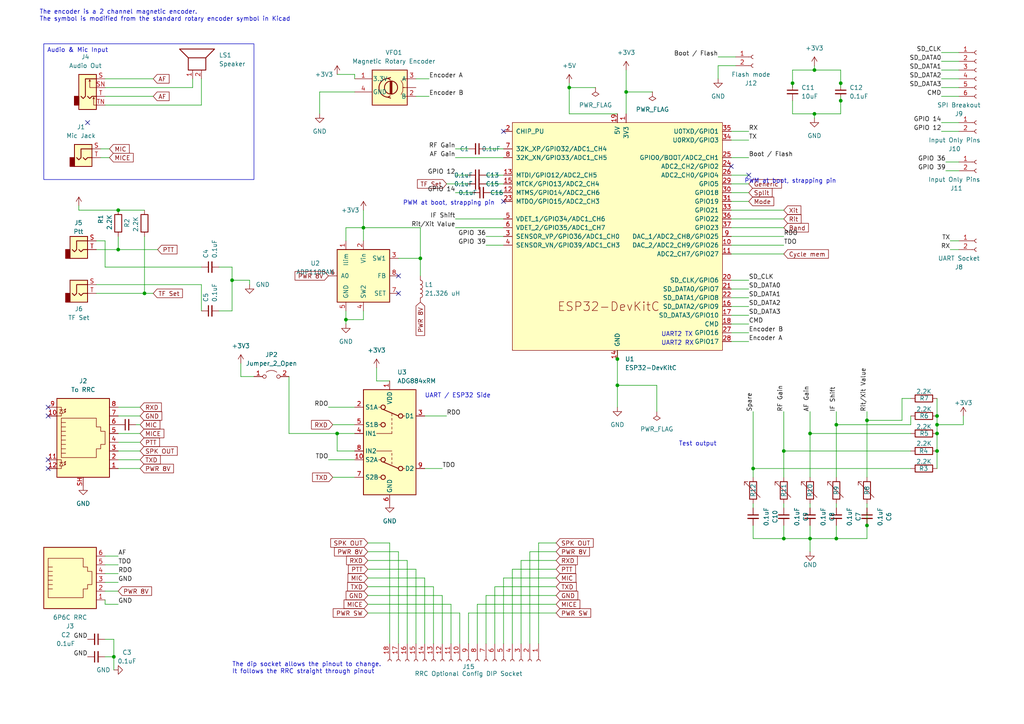
<source format=kicad_sch>
(kicad_sch (version 20230121) (generator eeschema)
  (paper "A4")
  (lib_symbols
    (symbol "Analog_Switch:ADG884xRM"
      (property "Reference" "U" (at -7.62 16.51 0))
      (property "Value" "ADG884xRM" (at 0.635 16.51 0))
      (symbol "ADG884xRM_1_1"
        (pin power_in line (at 0 17.78 270) (length 2.54) (name "VDD") (number "1"))
        (pin bidirectional line (at -10.16 -5.08 0) (length 2.54) (name "S2A") (number "10"))
        (pin bidirectional line (at -10.16 10.16 0) (length 2.54) (name "S1A") (number "2"))
        (pin bidirectional line (at 10.16 7.62 180) (length 2.54) (name "D1") (number "3"))
        (pin input line (at -10.16 2.54 0) (length 2.54) (name "IN1") (number "4"))
        (pin bidirectional line (at -10.16 5.08 0) (length 2.54) (name "S1B") (number "5"))
        (pin power_in line (at 0 -17.78 90) (length 2.54) (name "GND") (number "6"))
        (pin bidirectional line (at -10.16 -10.16 0) (length 2.54) (name "S2B") (number "7"))
        (pin input line (at -10.16 -2.54 0) (length 2.54) (name "IN2") (number "8"))
        (pin bidirectional line (at 10.16 -7.62 180) (length 2.54) (name "D2") (number "9"))
      )
    )
    (symbol "Connector:6P6C" (pin_names (offset 1.016))
      (property "Reference" "J" (at -5.08 11.43 0))
      (property "Value" "6P6C" (at 2.54 11.43 0))
      (symbol "6P6C_1_1"
        (pin passive line (at 10.16 -5.08 180) (length 2.54) (name "~") (number "1"))
        (pin passive line (at 10.16 -2.54 180) (length 2.54) (name "~") (number "2"))
        (pin passive line (at 10.16 0 180) (length 2.54) (name "~") (number "3"))
        (pin passive line (at 10.16 2.54 180) (length 2.54) (name "~") (number "4"))
        (pin passive line (at 10.16 5.08 180) (length 2.54) (name "~") (number "5"))
        (pin passive line (at 10.16 7.62 180) (length 2.54) (name "~") (number "6"))
      )
    )
    (symbol "Connector:8P8C_LED_Shielded" (pin_names (offset 1.016))
      (property "Reference" "J" (at -5.08 13.97 0))
      (property "Value" "8P8C_LED_Shielded" (at 1.27 13.97 0))
      (symbol "8P8C_LED_Shielded_1_1"
        (pin passive line (at 10.16 -7.62 180) (length 2.54) (name "~") (number "1"))
        (pin passive line (at -10.16 7.62 0) (length 2.54) (name "~") (number "10"))
        (pin passive line (at -10.16 -5.08 0) (length 2.54) (name "~") (number "11"))
        (pin passive line (at -10.16 -7.62 0) (length 2.54) (name "~") (number "12"))
        (pin passive line (at 10.16 -5.08 180) (length 2.54) (name "~") (number "2"))
        (pin passive line (at 10.16 -2.54 180) (length 2.54) (name "~") (number "3"))
        (pin passive line (at 10.16 0 180) (length 2.54) (name "~") (number "4"))
        (pin passive line (at 10.16 2.54 180) (length 2.54) (name "~") (number "5"))
        (pin passive line (at 10.16 5.08 180) (length 2.54) (name "~") (number "6"))
        (pin passive line (at 10.16 7.62 180) (length 2.54) (name "~") (number "7"))
        (pin passive line (at 10.16 10.16 180) (length 2.54) (name "~") (number "8"))
        (pin passive line (at -10.16 10.16 0) (length 2.54) (name "~") (number "9"))
        (pin passive line (at 0 -12.7 90) (length 2.54) (name "~") (number "SH"))
      )
    )
    (symbol "Connector:Conn_01x02_Socket" (pin_names (offset 1.016) hide)
      (property "Reference" "J" (at 0 2.54 0))
      (property "Value" "Conn_01x02_Socket" (at 0 -5.08 0))
      (symbol "Conn_01x02_Socket_1_1"
        (pin passive line (at -5.08 0 0) (length 3.81) (name "Pin_1") (number "1"))
        (pin passive line (at -5.08 -2.54 0) (length 3.81) (name "Pin_2") (number "2"))
      )
    )
    (symbol "Connector:Conn_01x06_Socket" (pin_names (offset 1.016) hide)
      (property "Reference" "J" (at 0 7.62 0))
      (property "Value" "Conn_01x06_Socket" (at 0 -10.16 0))
      (symbol "Conn_01x06_Socket_1_1"
        (pin passive line (at -5.08 5.08 0) (length 3.81) (name "Pin_1") (number "1"))
        (pin passive line (at -5.08 2.54 0) (length 3.81) (name "Pin_2") (number "2"))
        (pin passive line (at -5.08 0 0) (length 3.81) (name "Pin_3") (number "3"))
        (pin passive line (at -5.08 -2.54 0) (length 3.81) (name "Pin_4") (number "4"))
        (pin passive line (at -5.08 -5.08 0) (length 3.81) (name "Pin_5") (number "5"))
        (pin passive line (at -5.08 -7.62 0) (length 3.81) (name "Pin_6") (number "6"))
      )
    )
    (symbol "Connector:Conn_01x18_Socket" (pin_names (offset 1.016) hide)
      (property "Reference" "J15" (at 1.27 0 0))
      (property "Value" "RRC Optional Config DIP Socket" (at 1.27 -2.54 0))
      (symbol "Conn_01x18_Socket_1_1"
        (pin passive line (at -5.08 20.32 0) (length 3.81) (name "SPK_OUT") (number "1"))
        (pin passive line (at -5.08 -2.54 0) (length 3.81) (name "NC") (number "10"))
        (pin passive line (at -5.08 -5.08 0) (length 3.81) (name "MICE") (number "11"))
        (pin passive line (at -5.08 -7.62 0) (length 3.81) (name "GND") (number "12"))
        (pin passive line (at -5.08 -10.16 0) (length 3.81) (name "TXD") (number "13"))
        (pin passive line (at -5.08 -12.7 0) (length 3.81) (name "MIC") (number "14"))
        (pin passive line (at -5.08 -15.24 0) (length 3.81) (name "PWR_ON_SW") (number "15"))
        (pin passive line (at -5.08 -17.78 0) (length 3.81) (name "RXD") (number "16"))
        (pin passive line (at -5.08 -20.32 0) (length 3.81) (name "PWR_(8/9V)") (number "17"))
        (pin passive line (at -5.08 -22.86 0) (length 3.81) (name "SPK_OUT") (number "18"))
        (pin passive line (at -5.08 17.78 0) (length 3.81) (name "PWR_(8/9V)") (number "2"))
        (pin passive line (at -5.08 15.24 0) (length 3.81) (name "RXD") (number "3"))
        (pin passive line (at -5.08 12.7 0) (length 3.81) (name "PWR_ON_SW") (number "4"))
        (pin passive line (at -5.08 10.16 0) (length 3.81) (name "MIC") (number "5"))
        (pin passive line (at -5.08 7.62 0) (length 3.81) (name "TXD") (number "6"))
        (pin passive line (at -5.08 5.08 0) (length 3.81) (name "GND") (number "7"))
        (pin passive line (at -5.08 2.54 0) (length 3.81) (name "MICE") (number "8"))
        (pin passive line (at -5.08 0 0) (length 3.81) (name "NC") (number "9"))
      )
    )
    (symbol "Connector_Audio:AudioJack2"
      (property "Reference" "J" (at 0 8.89 0))
      (property "Value" "AudioJack2" (at 0 6.35 0))
      (symbol "AudioJack2_1_1"
        (pin passive line (at 5.08 2.54 180) (length 2.54) (name "~") (number "S"))
        (pin passive line (at 5.08 0 180) (length 2.54) (name "~") (number "T"))
      )
    )
    (symbol "Connector_Audio:AudioJack2_Switch"
      (property "Reference" "J" (at 0 11.43 0))
      (property "Value" "AudioJack2_Switch" (at 0 8.89 0))
      (symbol "AudioJack2_Switch_1_1"
        (pin passive line (at 5.08 5.08 180) (length 2.54) (name "~") (number "S"))
        (pin passive line (at 5.08 2.54 180) (length 2.54) (name "~") (number "SN"))
        (pin passive line (at 5.08 0 180) (length 2.54) (name "~") (number "T"))
        (pin passive line (at 5.08 -2.54 180) (length 2.54) (name "~") (number "TN"))
      )
    )
    (symbol "Device:C_Small" (pin_numbers hide) (pin_names (offset 0.254) hide)
      (property "Reference" "C" (at 0.254 1.778 0))
      (property "Value" "C_Small" (at 0.254 -2.032 0))
      (symbol "C_Small_1_1"
        (pin passive line (at 0 2.54 270) (length 2.032) (name "~") (number "1"))
        (pin passive line (at 0 -2.54 90) (length 2.032) (name "~") (number "2"))
      )
    )
    (symbol "Device:L" (pin_numbers hide) (pin_names (offset 1.016) hide)
      (property "Reference" "L" (at -1.27 0 90))
      (property "Value" "L" (at 1.905 0 90))
      (symbol "L_1_1"
        (pin passive line (at 0 3.81 270) (length 1.27) (name "1") (number "1"))
        (pin passive line (at 0 -3.81 90) (length 1.27) (name "2") (number "2"))
      )
    )
    (symbol "Device:R" (pin_numbers hide) (pin_names (offset 0))
      (property "Reference" "R" (at 2.032 0 90))
      (property "Value" "R" (at 0 0 90))
      (symbol "R_1_1"
        (pin passive line (at 0 3.81 270) (length 1.27) (name "~") (number "1"))
        (pin passive line (at 0 -3.81 90) (length 1.27) (name "~") (number "2"))
      )
    )
    (symbol "Device:R_Variable" (pin_numbers hide) (pin_names (offset 0))
      (property "Reference" "R" (at 2.54 -2.54 90))
      (property "Value" "R_Variable" (at -2.54 -1.27 90))
      (symbol "R_Variable_1_1"
        (pin passive line (at 0 3.81 270) (length 1.27) (name "~") (number "1"))
        (pin passive line (at 0 -3.81 90) (length 1.27) (name "~") (number "2"))
      )
    )
    (symbol "Device:RotaryEncoder" (pin_names (offset 0.254))
      (property "Reference" "VFO1" (at -1.2065 10.16 0))
      (property "Value" "Magnetic Rotary Encoder" (at -1.2065 7.62 0))
      (symbol "RotaryEncoder_1_1"
        (pin power_in line (at 10.16 2.54 180) (length 5) (name "3.3V") (number "1"))
        (pin output line (at -7.62 -2.54 0) (length 2.54) (name "B") (number "2"))
        (pin output line (at -7.62 2.54 0) (length 2.54) (name "A") (number "3"))
        (pin power_in line (at 10.16 -1.27 180) (length 5) (name "GND") (number "4"))
      )
    )
    (symbol "Device:Speaker" (pin_names (offset 0) hide)
      (property "Reference" "LS" (at 1.27 5.715 0))
      (property "Value" "Speaker" (at 1.27 3.81 0))
      (symbol "Speaker_1_1"
        (pin input line (at -5.08 0 0) (length 2.54) (name "1") (number "1"))
        (pin input line (at -5.08 -2.54 0) (length 2.54) (name "2") (number "2"))
      )
    )
    (symbol "GND_1" (power) (pin_names (offset 0))
      (property "Value" "GND_1" (at 0 -3.81 0))
      (symbol "GND_1_1_1"
        (pin power_in line (at 0 0 270) (length 0) hide (name "GND") (number "1"))
      )
    )
    (symbol "Jumper:Jumper_2_Open" (pin_names (offset 0) hide)
      (property "Reference" "JP" (at 0 2.794 0))
      (property "Value" "Jumper_2_Open" (at 0 -2.286 0))
      (symbol "Jumper_2_Open_1_1"
        (pin passive line (at -5.08 0 0) (length 2.54) (name "A") (number "1"))
        (pin passive line (at 5.08 0 180) (length 2.54) (name "B") (number "2"))
      )
    )
    (symbol "PCM_Espressif:ESP32-DevKitC" (pin_names (offset 1.016))
      (property "Reference" "U" (at -30.48 38.1 0))
      (property "Value" "ESP32-DevKitC" (at -30.48 35.56 0))
      (symbol "ESP32-DevKitC_0_0"
        (text "ESP32-DevKitC" (at -2.54 -20.32 0) (effects (font (size 2.54 2.54))))
        (pin power_in line (at 0 -35.56 90) (length 2.54) (name "GND") (number "14"))
        (pin power_in line (at 0 35.56 270) (length 2.54) (name "5V") (number "19"))
      )
      (symbol "ESP32-DevKitC_1_1"
        (pin power_in line (at 2.54 35.56 270) (length 2.54) (name "3V3") (number "1"))
        (pin bidirectional line (at 33.02 -2.54 180) (length 2.54) (name "DAC_2/ADC2_CH9/GPIO26") (number "10"))
        (pin bidirectional line (at 33.02 -5.08 180) (length 2.54) (name "ADC2_CH7/GPIO27") (number "11"))
        (pin bidirectional line (at -33.02 12.7 0) (length 2.54) (name "MTMS/GPIO14/ADC2_CH6") (number "12"))
        (pin bidirectional line (at -33.02 17.78 0) (length 2.54) (name "MTDI/GPIO12/ADC2_CH5") (number "13"))
        (pin bidirectional line (at -33.02 15.24 0) (length 2.54) (name "MTCK/GPIO13/ADC2_CH4") (number "15"))
        (pin bidirectional line (at 33.02 -20.32 180) (length 2.54) (name "SD_DATA2/GPIO9") (number "16"))
        (pin bidirectional line (at 33.02 -22.86 180) (length 2.54) (name "SD_DATA3/GPIO10") (number "17"))
        (pin bidirectional line (at 33.02 -25.4 180) (length 2.54) (name "CMD") (number "18"))
        (pin input line (at -33.02 30.48 0) (length 2.54) (name "CHIP_PU") (number "2"))
        (pin bidirectional line (at 33.02 -12.7 180) (length 2.54) (name "SD_CLK/GPIO6") (number "20"))
        (pin bidirectional line (at 33.02 -15.24 180) (length 2.54) (name "SD_DATA0/GPIO7") (number "21"))
        (pin bidirectional line (at 33.02 -17.78 180) (length 2.54) (name "SD_DATA1/GPIO8") (number "22"))
        (pin bidirectional line (at -33.02 10.16 0) (length 2.54) (name "MTDO/GPIO15/ADC2_CH3") (number "23"))
        (pin bidirectional line (at 33.02 20.32 180) (length 2.54) (name "ADC2_CH2/GPIO2") (number "24"))
        (pin bidirectional line (at 33.02 22.86 180) (length 2.54) (name "GPIO0/BOOT/ADC2_CH1") (number "25"))
        (pin bidirectional line (at 33.02 17.78 180) (length 2.54) (name "ADC2_CH0/GPIO4") (number "26"))
        (pin bidirectional line (at 33.02 -27.94 180) (length 2.54) (name "GPIO16") (number "27"))
        (pin bidirectional line (at 33.02 -30.48 180) (length 2.54) (name "GPIO17") (number "28"))
        (pin bidirectional line (at 33.02 15.24 180) (length 2.54) (name "GPIO5") (number "29"))
        (pin input line (at -33.02 0 0) (length 2.54) (name "SENSOR_VP/GPIO36/ADC1_CH0") (number "3"))
        (pin bidirectional line (at 33.02 12.7 180) (length 2.54) (name "GPIO18") (number "30"))
        (pin bidirectional line (at 33.02 10.16 180) (length 2.54) (name "GPIO19") (number "31"))
        (pin passive line (at 0 -35.56 90) (length 2.54) hide (name "GND") (number "32"))
        (pin bidirectional line (at 33.02 7.62 180) (length 2.54) (name "GPIO21") (number "33"))
        (pin bidirectional line (at 33.02 27.94 180) (length 2.54) (name "U0RXD/GPIO3") (number "34"))
        (pin bidirectional line (at 33.02 30.48 180) (length 2.54) (name "U0TXD/GPIO1") (number "35"))
        (pin bidirectional line (at 33.02 5.08 180) (length 2.54) (name "GPIO22") (number "36"))
        (pin bidirectional line (at 33.02 2.54 180) (length 2.54) (name "GPIO23") (number "37"))
        (pin passive line (at 0 -35.56 90) (length 2.54) hide (name "GND") (number "38"))
        (pin input line (at -33.02 -2.54 0) (length 2.54) (name "SENSOR_VN/GPIO39/ADC1_CH3") (number "4"))
        (pin input line (at -33.02 5.08 0) (length 2.54) (name "VDET_1/GPIO34/ADC1_CH6") (number "5"))
        (pin input line (at -33.02 2.54 0) (length 2.54) (name "VDET_2/GPIO35/ADC1_CH7") (number "6"))
        (pin bidirectional line (at -33.02 25.4 0) (length 2.54) (name "32K_XP/GPIO32/ADC1_CH4") (number "7"))
        (pin bidirectional line (at -33.02 22.86 0) (length 2.54) (name "32K_XN/GPIO33/ADC1_CH5") (number "8"))
        (pin bidirectional line (at 33.02 0 180) (length 2.54) (name "DAC_1/ADC2_CH8/GPIO25") (number "9"))
      )
    )
    (symbol "Regulator_Switching:ADP1108AN" (pin_names (offset 1.016))
      (property "Reference" "U" (at 1.27 10.795 0))
      (property "Value" "ADP1108AN" (at 1.27 8.89 0))
      (symbol "ADP1108AN_1_1"
        (pin input line (at -5.08 10.16 270) (length 2.54) (name "Ilim") (number "1"))
        (pin power_in line (at 0 10.16 270) (length 2.54) (name "Vin") (number "2"))
        (pin input line (at 10.16 5.08 180) (length 2.54) (name "SW1") (number "3"))
        (pin input line (at 0 -10.16 90) (length 2.54) (name "SW2") (number "4"))
        (pin power_in line (at -5.08 -10.16 90) (length 2.54) (name "GND") (number "5"))
        (pin output line (at -10.16 0 0) (length 2.54) (name "A0") (number "6"))
        (pin input line (at 10.16 -5.08 180) (length 2.54) (name "SET") (number "7"))
        (pin input line (at 10.16 0 180) (length 2.54) (name "FB") (number "8"))
      )
    )
    (symbol "power:+3.3V" (power) (pin_names (offset 0))
      (property "Value" "+3.3V" (at 0 3.556 0))
      (symbol "+3.3V_1_1"
        (pin power_in line (at 0 0 90) (length 0) hide (name "+3V3") (number "1"))
      )
    )
    (symbol "power:+5V" (power) (pin_names (offset 0))
      (property "Value" "+5V" (at 0 3.556 0))
      (symbol "+5V_1_1"
        (pin power_in line (at 0 0 90) (length 0) hide (name "+5V") (number "1"))
      )
    )
    (symbol "power:GND" (power) (pin_names (offset 0))
      (property "Value" "GND" (at 0 -3.81 0))
      (symbol "GND_1_1"
        (pin power_in line (at 0 0 270) (length 0) hide (name "GND") (number "1"))
      )
    )
    (symbol "power:PWR_FLAG" (power) (pin_numbers hide) (pin_names (offset 0) hide)
      (property "Value" "PWR_FLAG" (at 0 3.81 0))
      (symbol "PWR_FLAG_0_0"
        (pin power_out line (at 0 0 90) (length 0) (name "pwr") (number "1"))
      )
    )
  )
  (junction (at 234.95 125.73))
  (junction (at 179.07 111.76))
  (junction (at 271.78 123.19))
  (junction (at 251.46 152.4))
  (junction (at 243.84 29.21))
  (junction (at 243.84 24.13))
  (junction (at 234.95 156.21))
  (junction (at 236.22 33.02))
  (junction (at 121.92 74.93))
  (junction (at 229.87 24.13))
  (junction (at 165.1 25.4))
  (junction (at 34.29 72.39))
  (junction (at 181.61 26.67))
  (junction (at 105.41 66.04))
  (junction (at 218.44 135.89))
  (junction (at 34.29 60.96))
  (junction (at 242.57 123.19))
  (junction (at 227.33 130.81))
  (junction (at 242.57 156.21))
  (junction (at 271.78 120.65))
  (junction (at 100.33 92.71))
  (junction (at 33.02 190.5))
  (junction (at 271.78 130.81))
  (junction (at 251.46 121.92))
  (junction (at 271.78 125.73))
  (junction (at 236.22 20.32))
  (junction (at 41.91 85.09))
  (junction (at 67.31 81.28))
  (junction (at 97.79 125.73))
  (junction (at 227.33 156.21))
  (junction (at 179.07 104.14))
  (no_connect (at 146.05 38.1))
  (no_connect (at 217.17 50.8))
  (no_connect (at 13.97 120.65))
  (no_connect (at 13.97 135.89))
  (no_connect (at 115.57 85.09))
  (no_connect (at 146.05 58.42))
  (no_connect (at 13.97 118.11))
  (no_connect (at 115.57 80.01))
  (no_connect (at 25.4 35.56))
  (no_connect (at 13.97 133.35))
  (no_connect (at 212.09 48.26))
  (wire (pts (xy 212.09 66.04) (xy 227.33 66.04)))
  (wire (pts (xy 120.65 27.94) (xy 124.46 27.94)))
  (wire (pts (xy 251.46 119.38) (xy 251.46 121.92)))
  (wire (pts (xy 130.81 175.26) (xy 130.81 186.69)))
  (wire (pts (xy 97.79 125.73) (xy 97.79 130.81)))
  (wire (pts (xy 34.29 166.37) (xy 30.48 166.37)))
  (wire (pts (xy 22.86 59.69) (xy 22.86 60.96)))
  (wire (pts (xy 218.44 152.4) (xy 218.44 156.21)))
  (wire (pts (xy 39.37 123.19) (xy 40.64 123.19)))
  (wire (pts (xy 58.42 30.48) (xy 30.48 30.48)))
  (wire (pts (xy 227.33 156.21) (xy 218.44 156.21)))
  (wire (pts (xy 34.29 161.29) (xy 30.48 161.29)))
  (wire (pts (xy 83.82 109.22) (xy 83.82 125.73)))
  (wire (pts (xy 212.09 60.96) (xy 227.33 60.96)))
  (wire (pts (xy 123.19 120.65) (xy 129.54 120.65)))
  (wire (pts (xy 161.29 172.72) (xy 140.97 172.72)))
  (wire (pts (xy 148.59 165.1) (xy 148.59 186.69)))
  (wire (pts (xy 135.89 177.8) (xy 135.89 186.69)))
  (wire (pts (xy 213.36 16.51) (xy 208.28 16.51)))
  (wire (pts (xy 217.17 88.9) (xy 212.09 88.9)))
  (wire (pts (xy 264.16 120.65) (xy 264.16 123.19)))
  (wire (pts (xy 34.29 175.26) (xy 30.48 175.26)))
  (wire (pts (xy 113.03 157.48) (xy 106.68 157.48)))
  (wire (pts (xy 156.21 186.69) (xy 156.21 157.48)))
  (wire (pts (xy 29.21 45.72) (xy 31.75 45.72)))
  (wire (pts (xy 120.65 165.1) (xy 120.65 186.69)))
  (wire (pts (xy 218.44 146.05) (xy 218.44 147.32)))
  (wire (pts (xy 67.31 77.47) (xy 67.31 81.28)))
  (wire (pts (xy 190.5 111.76) (xy 190.5 119.38)))
  (wire (pts (xy 129.54 53.34) (xy 135.89 53.34)))
  (wire (pts (xy 161.29 177.8) (xy 135.89 177.8)))
  (wire (pts (xy 140.97 68.58) (xy 146.05 68.58)))
  (wire (pts (xy 58.42 22.86) (xy 58.42 30.48)))
  (wire (pts (xy 92.71 26.67) (xy 102.87 26.67)))
  (wire (pts (xy 179.07 104.14) (xy 179.07 111.76)))
  (wire (pts (xy 34.29 60.96) (xy 41.91 60.96)))
  (wire (pts (xy 234.95 125.73) (xy 234.95 138.43)))
  (wire (pts (xy 34.29 72.39) (xy 45.72 72.39)))
  (wire (pts (xy 271.78 120.65) (xy 271.78 123.19)))
  (wire (pts (xy 27.94 82.55) (xy 58.42 82.55)))
  (wire (pts (xy 236.22 19.05) (xy 236.22 20.32)))
  (wire (pts (xy 96.52 138.43) (xy 102.87 138.43)))
  (wire (pts (xy 181.61 26.67) (xy 181.61 33.02)))
  (wire (pts (xy 128.27 172.72) (xy 106.68 172.72)))
  (wire (pts (xy 217.17 93.98) (xy 212.09 93.98)))
  (wire (pts (xy 229.87 25.4) (xy 229.87 24.13)))
  (wire (pts (xy 132.08 66.04) (xy 146.05 66.04)))
  (wire (pts (xy 140.97 71.12) (xy 146.05 71.12)))
  (wire (pts (xy 212.09 73.66) (xy 227.33 73.66)))
  (wire (pts (xy 217.17 86.36) (xy 212.09 86.36)))
  (wire (pts (xy 123.19 167.64) (xy 106.68 167.64)))
  (wire (pts (xy 33.02 190.5) (xy 33.02 194.31)))
  (wire (pts (xy 229.87 24.13) (xy 229.87 20.32)))
  (wire (pts (xy 227.33 71.12) (xy 212.09 71.12)))
  (wire (pts (xy 33.02 185.42) (xy 33.02 190.5)))
  (wire (pts (xy 105.41 60.96) (xy 105.41 66.04)))
  (wire (pts (xy 208.28 19.05) (xy 208.28 22.86)))
  (wire (pts (xy 190.5 111.76) (xy 179.07 111.76)))
  (wire (pts (xy 100.33 92.71) (xy 100.33 93.98)))
  (wire (pts (xy 30.48 185.42) (xy 33.02 185.42)))
  (wire (pts (xy 115.57 74.93) (xy 121.92 74.93)))
  (wire (pts (xy 179.07 101.6) (xy 179.07 104.14)))
  (wire (pts (xy 227.33 152.4) (xy 227.33 156.21)))
  (wire (pts (xy 132.08 45.72) (xy 146.05 45.72)))
  (wire (pts (xy 234.95 152.4) (xy 234.95 156.21)))
  (wire (pts (xy 212.09 68.58) (xy 227.33 68.58)))
  (wire (pts (xy 242.57 146.05) (xy 242.57 147.32)))
  (wire (pts (xy 109.22 106.68) (xy 109.22 110.49)))
  (wire (pts (xy 100.33 69.85) (xy 100.33 66.04)))
  (wire (pts (xy 121.92 74.93) (xy 121.92 80.01)))
  (wire (pts (xy 251.46 121.92) (xy 251.46 138.43)))
  (wire (pts (xy 41.91 85.09) (xy 44.45 85.09)))
  (wire (pts (xy 271.78 123.19) (xy 279.4 123.19)))
  (wire (pts (xy 30.48 175.26) (xy 30.48 173.99)))
  (wire (pts (xy 113.03 157.48) (xy 113.03 186.69)))
  (wire (pts (xy 217.17 50.8) (xy 212.09 50.8)))
  (wire (pts (xy 120.65 22.86) (xy 124.46 22.86)))
  (wire (pts (xy 30.48 27.94) (xy 44.45 27.94)))
  (wire (pts (xy 261.62 121.92) (xy 261.62 115.57)))
  (wire (pts (xy 34.29 130.81) (xy 40.64 130.81)))
  (wire (pts (xy 271.78 130.81) (xy 271.78 135.89)))
  (wire (pts (xy 251.46 146.05) (xy 251.46 147.32)))
  (wire (pts (xy 123.19 135.89) (xy 128.27 135.89)))
  (wire (pts (xy 229.87 33.02) (xy 236.22 33.02)))
  (wire (pts (xy 125.73 170.18) (xy 125.73 186.69)))
  (wire (pts (xy 34.29 135.89) (xy 40.64 135.89)))
  (wire (pts (xy 34.29 163.83) (xy 30.48 163.83)))
  (wire (pts (xy 30.48 77.47) (xy 58.42 77.47)))
  (wire (pts (xy 118.11 162.56) (xy 118.11 186.69)))
  (wire (pts (xy 105.41 92.71) (xy 100.33 92.71)))
  (wire (pts (xy 181.61 20.32) (xy 181.61 26.67)))
  (wire (pts (xy 212.09 40.64) (xy 217.17 40.64)))
  (wire (pts (xy 105.41 66.04) (xy 105.41 69.85)))
  (wire (pts (xy 58.42 82.55) (xy 58.42 90.17)))
  (wire (pts (xy 218.44 119.38) (xy 218.44 135.89)))
  (wire (pts (xy 189.23 26.67) (xy 181.61 26.67)))
  (wire (pts (xy 34.29 133.35) (xy 40.64 133.35)))
  (wire (pts (xy 34.29 68.58) (xy 34.29 72.39)))
  (wire (pts (xy 22.86 60.96) (xy 34.29 60.96)))
  (wire (pts (xy 63.5 77.47) (xy 67.31 77.47)))
  (wire (pts (xy 271.78 115.57) (xy 271.78 120.65)))
  (wire (pts (xy 55.88 25.4) (xy 30.48 25.4)))
  (wire (pts (xy 234.95 119.38) (xy 234.95 125.73)))
  (wire (pts (xy 217.17 53.34) (xy 212.09 53.34)))
  (wire (pts (xy 97.79 21.59) (xy 102.87 21.59)))
  (wire (pts (xy 236.22 20.32) (xy 243.84 20.32)))
  (wire (pts (xy 161.29 160.02) (xy 153.67 160.02)))
  (wire (pts (xy 217.17 81.28) (xy 212.09 81.28)))
  (wire (pts (xy 132.08 50.8) (xy 135.89 50.8)))
  (wire (pts (xy 242.57 156.21) (xy 234.95 156.21)))
  (wire (pts (xy 29.21 43.18) (xy 31.75 43.18)))
  (wire (pts (xy 251.46 156.21) (xy 242.57 156.21)))
  (wire (pts (xy 213.36 19.05) (xy 208.28 19.05)))
  (wire (pts (xy 121.92 66.04) (xy 121.92 74.93)))
  (wire (pts (xy 227.33 156.21) (xy 234.95 156.21)))
  (wire (pts (xy 212.09 55.88) (xy 217.17 55.88)))
  (wire (pts (xy 96.52 123.19) (xy 102.87 123.19)))
  (wire (pts (xy 140.97 53.34) (xy 146.05 53.34)))
  (wire (pts (xy 120.65 165.1) (xy 106.68 165.1)))
  (wire (pts (xy 27.94 72.39) (xy 34.29 72.39)))
  (wire (pts (xy 261.62 115.57) (xy 264.16 115.57)))
  (wire (pts (xy 243.84 29.21) (xy 243.84 33.02)))
  (wire (pts (xy 153.67 160.02) (xy 153.67 186.69)))
  (wire (pts (xy 30.48 190.5) (xy 33.02 190.5)))
  (wire (pts (xy 55.88 22.86) (xy 55.88 25.4)))
  (wire (pts (xy 271.78 125.73) (xy 271.78 130.81)))
  (wire (pts (xy 242.57 152.4) (xy 242.57 156.21)))
  (wire (pts (xy 273.05 22.86) (xy 278.13 22.86)))
  (wire (pts (xy 242.57 123.19) (xy 242.57 138.43)))
  (wire (pts (xy 138.43 175.26) (xy 138.43 186.69)))
  (wire (pts (xy 236.22 33.02) (xy 236.22 34.29)))
  (wire (pts (xy 218.44 135.89) (xy 264.16 135.89)))
  (wire (pts (xy 212.09 99.06) (xy 217.17 99.06)))
  (wire (pts (xy 251.46 148.59) (xy 251.46 152.4)))
  (wire (pts (xy 69.85 105.41) (xy 69.85 109.22)))
  (wire (pts (xy 251.46 152.4) (xy 251.46 156.21)))
  (wire (pts (xy 34.29 120.65) (xy 40.64 120.65)))
  (wire (pts (xy 30.48 22.86) (xy 44.45 22.86)))
  (wire (pts (xy 242.57 119.38) (xy 242.57 123.19)))
  (wire (pts (xy 67.31 81.28) (xy 67.31 90.17)))
  (wire (pts (xy 34.29 118.11) (xy 40.64 118.11)))
  (wire (pts (xy 161.29 165.1) (xy 148.59 165.1)))
  (wire (pts (xy 179.07 33.02) (xy 165.1 33.02)))
  (wire (pts (xy 143.51 170.18) (xy 143.51 186.69)))
  (wire (pts (xy 95.25 118.11) (xy 102.87 118.11)))
  (wire (pts (xy 217.17 83.82) (xy 212.09 83.82)))
  (wire (pts (xy 243.84 27.94) (xy 243.84 29.21)))
  (wire (pts (xy 146.05 167.64) (xy 146.05 186.69)))
  (wire (pts (xy 102.87 21.59) (xy 102.87 22.86)))
  (wire (pts (xy 172.72 25.4) (xy 165.1 25.4)))
  (wire (pts (xy 63.5 90.17) (xy 67.31 90.17)))
  (wire (pts (xy 264.16 123.19) (xy 242.57 123.19)))
  (wire (pts (xy 30.48 69.85) (xy 30.48 77.47)))
  (wire (pts (xy 227.33 146.05) (xy 227.33 147.32)))
  (wire (pts (xy 92.71 26.67) (xy 92.71 33.02)))
  (wire (pts (xy 251.46 121.92) (xy 261.62 121.92)))
  (wire (pts (xy 229.87 20.32) (xy 236.22 20.32)))
  (wire (pts (xy 271.78 123.19) (xy 271.78 125.73)))
  (wire (pts (xy 279.4 123.19) (xy 279.4 120.65)))
  (wire (pts (xy 67.31 81.28) (xy 72.39 81.28)))
  (wire (pts (xy 69.85 109.22) (xy 73.66 109.22)))
  (wire (pts (xy 27.94 69.85) (xy 30.48 69.85)))
  (wire (pts (xy 133.35 177.8) (xy 133.35 186.69)))
  (wire (pts (xy 130.81 175.26) (xy 106.68 175.26)))
  (wire (pts (xy 273.05 17.78) (xy 278.13 17.78)))
  (wire (pts (xy 97.79 125.73) (xy 102.87 125.73)))
  (wire (pts (xy 234.95 146.05) (xy 234.95 147.32)))
  (wire (pts (xy 161.29 175.26) (xy 138.43 175.26)))
  (wire (pts (xy 123.19 167.64) (xy 123.19 186.69)))
  (wire (pts (xy 72.39 82.55) (xy 72.39 81.28)))
  (wire (pts (xy 115.57 160.02) (xy 115.57 186.69)))
  (wire (pts (xy 140.97 172.72) (xy 140.97 186.69)))
  (wire (pts (xy 109.22 110.49) (xy 113.03 110.49)))
  (wire (pts (xy 165.1 25.4) (xy 165.1 24.13)))
  (wire (pts (xy 34.29 125.73) (xy 40.64 125.73)))
  (wire (pts (xy 100.33 66.04) (xy 105.41 66.04)))
  (wire (pts (xy 161.29 167.64) (xy 146.05 167.64)))
  (wire (pts (xy 133.35 177.8) (xy 106.68 177.8)))
  (wire (pts (xy 161.29 170.18) (xy 143.51 170.18)))
  (wire (pts (xy 140.97 43.18) (xy 146.05 43.18)))
  (wire (pts (xy 234.95 160.02) (xy 234.95 156.21)))
  (wire (pts (xy 273.05 15.24) (xy 278.13 15.24)))
  (wire (pts (xy 105.41 90.17) (xy 105.41 92.71)))
  (wire (pts (xy 273.05 20.32) (xy 278.13 20.32)))
  (wire (pts (xy 236.22 33.02) (xy 243.84 33.02)))
  (wire (pts (xy 179.07 111.76) (xy 179.07 118.11)))
  (wire (pts (xy 27.94 85.09) (xy 41.91 85.09)))
  (wire (pts (xy 227.33 130.81) (xy 264.16 130.81)))
  (wire (pts (xy 34.29 128.27) (xy 40.64 128.27)))
  (wire (pts (xy 273.05 27.94) (xy 278.13 27.94)))
  (wire (pts (xy 243.84 24.13) (xy 243.84 25.4)))
  (wire (pts (xy 125.73 170.18) (xy 106.68 170.18)))
  (wire (pts (xy 278.13 38.1) (xy 273.05 38.1)))
  (wire (pts (xy 278.13 69.85) (xy 275.59 69.85)))
  (wire (pts (xy 34.29 171.45) (xy 30.48 171.45)))
  (wire (pts (xy 151.13 162.56) (xy 151.13 186.69)))
  (wire (pts (xy 156.21 157.48) (xy 161.29 157.48)))
  (wire (pts (xy 140.97 50.8) (xy 146.05 50.8)))
  (wire (pts (xy 212.09 63.5) (xy 227.33 63.5)))
  (wire (pts (xy 278.13 72.39) (xy 275.59 72.39)))
  (wire (pts (xy 132.08 55.88) (xy 137.16 55.88)))
  (wire (pts (xy 100.33 90.17) (xy 100.33 92.71)))
  (wire (pts (xy 142.24 55.88) (xy 146.05 55.88)))
  (wire (pts (xy 97.79 130.81) (xy 102.87 130.81)))
  (wire (pts (xy 243.84 20.32) (xy 243.84 24.13)))
  (wire (pts (xy 41.91 68.58) (xy 41.91 85.09)))
  (wire (pts (xy 212.09 45.72) (xy 217.17 45.72)))
  (wire (pts (xy 217.17 91.44) (xy 212.09 91.44)))
  (wire (pts (xy 218.44 135.89) (xy 218.44 138.43)))
  (wire (pts (xy 227.33 130.81) (xy 227.33 138.43)))
  (wire (pts (xy 212.09 38.1) (xy 217.17 38.1)))
  (wire (pts (xy 234.95 125.73) (xy 264.16 125.73)))
  (wire (pts (xy 132.08 43.18) (xy 135.89 43.18)))
  (wire (pts (xy 227.33 119.38) (xy 227.33 130.81)))
  (wire (pts (xy 165.1 33.02) (xy 165.1 25.4)))
  (wire (pts (xy 30.48 168.91) (xy 34.29 168.91)))
  (wire (pts (xy 278.13 35.56) (xy 273.05 35.56)))
  (wire (pts (xy 212.09 96.52) (xy 217.17 96.52)))
  (wire (pts (xy 212.09 58.42) (xy 217.17 58.42)))
  (wire (pts (xy 128.27 172.72) (xy 128.27 186.69)))
  (wire (pts (xy 273.05 25.4) (xy 278.13 25.4)))
  (wire (pts (xy 115.57 160.02) (xy 106.68 160.02)))
  (wire (pts (xy 95.25 133.35) (xy 102.87 133.35)))
  (wire (pts (xy 161.29 162.56) (xy 151.13 162.56)))
  (wire (pts (xy 229.87 29.21) (xy 229.87 33.02)))
  (wire (pts (xy 83.82 125.73) (xy 97.79 125.73)))
  (wire (pts (xy 132.08 63.5) (xy 146.05 63.5)))
  (wire (pts (xy 105.41 66.04) (xy 121.92 66.04)))
  (wire (pts (xy 274.32 49.53) (xy 278.13 49.53)))
  (wire (pts (xy 118.11 162.56) (xy 106.68 162.56)))
  (wire (pts (xy 274.32 46.99) (xy 278.13 46.99)))
  (text_box "Audio & Mic Input" (at 12.7 12.7 0) (size 60.96 39.37) (effects (font (size 1.27 1.27)) (justify left top)))
  (text "UART / ESP32 Side" (at 123.19 115.57 0) (effects (font (size 1.27 1.27)) (justify left bottom)))
  (text "UART2 RX" (at 191.77 100.33 0) (effects (font (size 1.27 1.27)) (justify left bottom)))
  (text "Test output" (at 196.85 129.54 0) (effects (font (size 1.27 1.27)) (justify left bottom)))
  (text "The encoder is a 2 channel magnetic encoder.\nThe symbol is modified from the standard rotary encoder symbol in Kicad" (at 11.43 6.35 0) (effects (font (size 1.27 1.27)) (justify left bottom)))
  (text "PWM at boot, strapping pin" (at 116.84 59.69 0) (effects (font (size 1.27 1.27)) (justify left bottom)))
  (text "PWM at boot, strapping pin" (at 215.9 53.34 0) (effects (font (size 1.27 1.27)) (justify left bottom)))
  (text "UART2 TX" (at 191.77 97.79 0) (effects (font (size 1.27 1.27)) (justify left bottom)))
  (text "The dip socket allows the pinout to change.\nIt follows the RRC straight through pinout" (at 67.31 195.58 0) (effects (font (size 1.27 1.27)) (justify left bottom)))
  (label "Encoder A" (at 217.17 99.06 0))
  (label "Encoder B" (at 124.46 27.94 0))
  (label "GND" (at 25.4 190.5 180))
  (label "GND" (at 34.29 175.26 0))
  (label "GPIO 12" (at 132.08 50.8 180))
  (label "IF Shift" (at 132.08 63.5 180))
  (label "GND" (at 25.4 185.42 180))
  (label "GPIO 14" (at 132.08 55.88 180))
  (label "RDO" (at 227.33 68.58 0))
  (label "SD_DATA2" (at 273.05 22.86 180))
  (label "Rit{slash}Xit Value" (at 251.46 119.38 90))
  (label "TDO" (at 227.33 71.12 0))
  (label "GPIO 39" (at 274.32 49.53 180))
  (label "SD_DATA2" (at 217.17 88.9 0))
  (label "Encoder A" (at 124.46 22.86 0))
  (label "TDO" (at 95.25 133.35 180))
  (label "RDO" (at 95.25 118.11 180))
  (label "TDO" (at 34.29 163.83 0))
  (label "SD_DATA3" (at 273.05 25.4 180))
  (label "RF Gain" (at 132.08 43.18 180))
  (label "Rit{slash}Xit Value" (at 132.08 66.04 180))
  (label "Boot {slash} Flash" (at 217.17 45.72 0))
  (label "GPIO 14" (at 273.05 35.56 180))
  (label "TX" (at 275.59 69.85 180))
  (label "SD_CLK" (at 217.17 81.28 0))
  (label "CMD" (at 273.05 27.94 180))
  (label "SD_CLK" (at 273.05 15.24 180))
  (label "TDO" (at 128.27 135.89 0))
  (label "AF Gain" (at 234.95 119.38 90))
  (label "GPIO 39" (at 140.97 71.12 180))
  (label "SD_DATA3" (at 217.17 91.44 0))
  (label "CMD" (at 217.17 93.98 0))
  (label "SD_DATA0" (at 217.17 83.82 0))
  (label "RX" (at 275.59 72.39 180))
  (label "SD_DATA1" (at 273.05 20.32 180))
  (label "GPIO 36" (at 274.32 46.99 180))
  (label "Spare" (at 218.44 119.38 90))
  (label "RDO" (at 129.54 120.65 0))
  (label "TX" (at 217.17 40.64 0))
  (label "IF Shift" (at 242.57 119.38 90))
  (label "SD_DATA0" (at 273.05 17.78 180))
  (label "Encoder B" (at 217.17 96.52 0))
  (label "SD_DATA1" (at 217.17 86.36 0))
  (label "GND" (at 34.29 168.91 0))
  (label "RF Gain" (at 227.33 119.38 90))
  (label "RX" (at 217.17 38.1 0))
  (label "GPIO 36" (at 140.97 68.58 180))
  (label "AF Gain" (at 132.08 45.72 180))
  (label "Boot {slash} Flash" (at 208.28 16.51 180))
  (label "AF" (at 34.29 161.29 0))
  (label "RDO" (at 34.29 166.37 0))
  (label "GPIO 12" (at 273.05 38.1 180))
  (global_label "PTT" (shape input) (at 161.29 165.1 0) (property "Intersheetrefs" "${INTERSHEET_REFS}" (effects hide)))
  (global_label "SPK OUT" (shape input) (at 106.68 157.48 180) (property "Intersheetrefs" "${INTERSHEET_REFS}" (effects hide)))
  (global_label "SPK OUT" (shape input) (at 161.29 157.48 0) (property "Intersheetrefs" "${INTERSHEET_REFS}" (effects hide)))
  (global_label "Split" (shape input) (at 217.17 55.88 0) (property "Intersheetrefs" "${INTERSHEET_REFS}" (effects hide)))
  (global_label "PTT" (shape input) (at 40.64 128.27 0) (property "Intersheetrefs" "${INTERSHEET_REFS}" (effects hide)))
  (global_label "MICE" (shape input) (at 161.29 175.26 0) (property "Intersheetrefs" "${INTERSHEET_REFS}" (effects hide)))
  (global_label "Xit" (shape input) (at 227.33 60.96 0) (property "Intersheetrefs" "${INTERSHEET_REFS}" (effects hide)))
  (global_label "PWR 8V" (shape input) (at 34.29 171.45 0) (property "Intersheetrefs" "${INTERSHEET_REFS}" (effects hide)))
  (global_label "PWR 8V" (shape input) (at 40.64 135.89 0) (property "Intersheetrefs" "${INTERSHEET_REFS}" (effects hide)))
  (global_label "Cycle mem" (shape input) (at 227.33 73.66 0) (property "Intersheetrefs" "${INTERSHEET_REFS}" (effects hide)))
  (global_label "MICE" (shape input) (at 31.75 45.72 0) (property "Intersheetrefs" "${INTERSHEET_REFS}" (effects hide)))
  (global_label "TF Set" (shape input) (at 129.54 53.34 180) (property "Intersheetrefs" "${INTERSHEET_REFS}" (effects hide)))
  (global_label "PWR 8V" (shape input) (at 95.25 80.01 180) (property "Intersheetrefs" "${INTERSHEET_REFS}" (effects hide)))
  (global_label "MIC" (shape input) (at 40.64 123.19 0) (property "Intersheetrefs" "${INTERSHEET_REFS}" (effects hide)))
  (global_label "RXD" (shape input) (at 96.52 123.19 180) (property "Intersheetrefs" "${INTERSHEET_REFS}" (effects hide)))
  (global_label "MIC" (shape input) (at 31.75 43.18 0) (property "Intersheetrefs" "${INTERSHEET_REFS}" (effects hide)))
  (global_label "SPK OUT" (shape input) (at 40.64 130.81 0) (property "Intersheetrefs" "${INTERSHEET_REFS}" (effects hide)))
  (global_label "TXD" (shape input) (at 161.29 170.18 0) (property "Intersheetrefs" "${INTERSHEET_REFS}" (effects hide)))
  (global_label "PWR 8V" (shape input) (at 106.68 160.02 180) (property "Intersheetrefs" "${INTERSHEET_REFS}" (effects hide)))
  (global_label "PTT" (shape input) (at 106.68 165.1 180) (property "Intersheetrefs" "${INTERSHEET_REFS}" (effects hide)))
  (global_label "GND" (shape input) (at 40.64 120.65 0) (property "Intersheetrefs" "${INTERSHEET_REFS}" (effects hide)))
  (global_label "RXD" (shape input) (at 40.64 118.11 0) (property "Intersheetrefs" "${INTERSHEET_REFS}" (effects hide)))
  (global_label "PWR 8V" (shape input) (at 161.29 160.02 0) (property "Intersheetrefs" "${INTERSHEET_REFS}" (effects hide)))
  (global_label "Mode" (shape input) (at 217.17 58.42 0) (property "Intersheetrefs" "${INTERSHEET_REFS}" (effects hide)))
  (global_label "Band" (shape input) (at 227.33 66.04 0) (property "Intersheetrefs" "${INTERSHEET_REFS}" (effects hide)))
  (global_label "PWR SW" (shape input) (at 161.29 177.8 0) (property "Intersheetrefs" "${INTERSHEET_REFS}" (effects hide)))
  (global_label "MIC" (shape input) (at 161.29 167.64 0) (property "Intersheetrefs" "${INTERSHEET_REFS}" (effects hide)))
  (global_label "TF Set" (shape input) (at 44.45 85.09 0) (property "Intersheetrefs" "${INTERSHEET_REFS}" (effects hide)))
  (global_label "GND" (shape input) (at 161.29 172.72 0) (property "Intersheetrefs" "${INTERSHEET_REFS}" (effects hide)))
  (global_label "PWR 8V" (shape input) (at 121.92 87.63 270) (property "Intersheetrefs" "${INTERSHEET_REFS}" (effects hide)))
  (global_label "Generic" (shape input) (at 217.17 53.34 0) (property "Intersheetrefs" "${INTERSHEET_REFS}" (effects hide)))
  (global_label "GND" (shape input) (at 106.68 172.72 180) (property "Intersheetrefs" "${INTERSHEET_REFS}" (effects hide)))
  (global_label "RXD" (shape input) (at 161.29 162.56 0) (property "Intersheetrefs" "${INTERSHEET_REFS}" (effects hide)))
  (global_label "AF" (shape input) (at 44.45 22.86 0) (property "Intersheetrefs" "${INTERSHEET_REFS}" (effects hide)))
  (global_label "MICE" (shape input) (at 40.64 125.73 0) (property "Intersheetrefs" "${INTERSHEET_REFS}" (effects hide)))
  (global_label "TXD" (shape input) (at 40.64 133.35 0) (property "Intersheetrefs" "${INTERSHEET_REFS}" (effects hide)))
  (global_label "MICE" (shape input) (at 106.68 175.26 180) (property "Intersheetrefs" "${INTERSHEET_REFS}" (effects hide)))
  (global_label "RXD" (shape input) (at 106.68 162.56 180) (property "Intersheetrefs" "${INTERSHEET_REFS}" (effects hide)))
  (global_label "Rit" (shape input) (at 227.33 63.5 0) (property "Intersheetrefs" "${INTERSHEET_REFS}" (effects hide)))
  (global_label "PTT" (shape input) (at 45.72 72.39 0) (property "Intersheetrefs" "${INTERSHEET_REFS}" (effects hide)))
  (global_label "TXD" (shape input) (at 106.68 170.18 180) (property "Intersheetrefs" "${INTERSHEET_REFS}" (effects hide)))
  (global_label "MIC" (shape input) (at 106.68 167.64 180) (property "Intersheetrefs" "${INTERSHEET_REFS}" (effects hide)))
  (global_label "PWR SW" (shape input) (at 106.68 177.8 180) (property "Intersheetrefs" "${INTERSHEET_REFS}" (effects hide)))
  (global_label "TXD" (shape input) (at 96.52 138.43 180) (property "Intersheetrefs" "${INTERSHEET_REFS}" (effects hide)))
  (global_label "AF" (shape input) (at 44.45 27.94 0) (property "Intersheetrefs" "${INTERSHEET_REFS}" (effects hide)))
  (symbol (lib_id "Connector:Conn_01x02_Socket") (at 283.21 46.99 0) (unit 1)
    (property "Reference" "J11" (at 275.59 54.61 0) (effects (justify left)))
    (property "Value" "Input Only Pins" (at 269.24 52.07 0) (effects (justify left)))
    (property "Footprint" "Connector_JST:JST_PH_B2B-PH-K_1x02_P2.00mm_Vertical" (effects hide))
  )
  (symbol (lib_id "power:+3.3V") (at 279.4 120.65 0) (mirror y) (unit 1)
    (property "Reference" "#PWR04" (effects hide))
    (property "Value" "+3.3V" (at 279.4 116.84 0))
  )
  (symbol (lib_name "GND_1") (lib_id "power:GND") (at 92.71 33.02 0) (unit 1)
    (property "Reference" "#PWR05" (effects hide))
    (property "Value" "GND" (at 92.71 38.1 0))
  )
  (symbol (lib_id "Device:C_Small") (at 251.46 149.86 0) (unit 1)
    (property "Reference" "C6" (at 257.81 149.8663 90))
    (property "Value" "0.1uF" (at 255.27 149.8663 90))
    (property "Footprint" "Capacitor_SMD:C_0603_1608Metric" (effects hide))
  )
  (symbol (lib_id "Device:R") (at 267.97 135.89 270) (mirror x) (unit 1)
    (property "Reference" "R3" (at 269.24 135.89 90) (effects (justify right)))
    (property "Value" "2.2K" (at 270.2433 133.8839 90) (effects (justify right)))
    (property "Footprint" "Resistor_SMD:R_0603_1608Metric" (effects hide))
  )
  (symbol (lib_id "Connector:Conn_01x02_Socket") (at 283.21 69.85 0) (unit 1)
    (property "Reference" "J8" (at 278.13 77.47 0))
    (property "Value" "UART Socket" (at 278.13 74.93 0))
    (property "Footprint" "Connector_JST:JST_PH_B2B-PH-K_1x02_P2.00mm_Vertical" (effects hide))
  )
  (symbol (lib_id "power:PWR_FLAG") (at 172.72 25.4 0) (mirror x) (unit 1)
    (property "Reference" "#FLG01" (effects hide))
    (property "Value" "PWR_FLAG" (at 172.72 30.48 0))
  )
  (symbol (lib_id "power:+3.3V") (at 181.61 20.32 0) (unit 1)
    (property "Reference" "#PWR010" (effects hide))
    (property "Value" "+3.3V" (at 181.61 15.24 0))
  )
  (symbol (lib_id "power:+3.3V") (at 22.86 59.69 0) (unit 1)
    (property "Reference" "#PWR01" (effects hide))
    (property "Value" "+3.3V" (effects hide))
  )
  (symbol (lib_id "Device:C_Small") (at 227.33 149.86 0) (unit 1)
    (property "Reference" "C9" (at 233.68 149.8663 90))
    (property "Value" "0.1uF" (at 231.14 149.8663 90))
    (property "Footprint" "Capacitor_SMD:C_0603_1608Metric" (effects hide))
  )
  (symbol (lib_id "Device:C_Small") (at 138.43 50.8 90) (unit 1)
    (property "Reference" "C13" (at 144.78 50.8 90) (effects (justify left)))
    (property "Value" "0.1uF" (at 137.16 50.8 90) (effects (justify left)))
    (property "Footprint" "Capacitor_SMD:C_0603_1608Metric" (effects hide))
  )
  (symbol (lib_id "power:GND") (at 24.13 140.97 0) (unit 1)
    (property "Reference" "#PWR024" (effects hide))
    (property "Value" "GND" (at 24.13 146.05 0))
  )
  (symbol (lib_id "power:+3.3V") (at 69.85 105.41 0) (unit 1)
    (property "Reference" "#PWR027" (effects hide))
    (property "Value" "+3.3V" (at 69.85 100.33 0))
  )
  (symbol (lib_id "Device:C_Small") (at 27.94 190.5 90) (unit 1)
    (property "Reference" "C3" (at 36.83 189.23 90))
    (property "Value" "0.1uF" (at 36.83 191.77 90))
    (property "Footprint" "Capacitor_SMD:C_0603_1608Metric" (effects hide))
  )
  (symbol (lib_id "Device:C_Small") (at 27.94 185.42 270) (mirror x) (unit 1)
    (property "Reference" "C2" (at 19.05 184.15 90))
    (property "Value" "0.1uF" (at 19.05 186.69 90))
    (property "Footprint" "Capacitor_SMD:C_0603_1608Metric" (effects hide))
  )
  (symbol (lib_id "Device:R_Variable") (at 227.33 142.24 0) (mirror y) (unit 1)
    (property "Reference" "R11" (at 227.33 142.24 90))
    (property "Value" "R_Variable" (effects hide))
    (property "Footprint" "Connector_JST:JST_PH_B2B-PH-K_1x02_P2.00mm_Vertical" (effects hide))
  )
  (symbol (lib_id "Device:C_Small") (at 138.43 43.18 270) (mirror x) (unit 1)
    (property "Reference" "C1" (at 133.35 43.18 90) (effects (justify left)))
    (property "Value" "0.1uF" (at 139.7 43.18 90) (effects (justify left)))
    (property "Footprint" "Capacitor_SMD:C_0603_1608Metric" (effects hide))
  )
  (symbol (lib_id "Device:C_Small") (at 234.95 149.86 0) (unit 1)
    (property "Reference" "C8" (at 241.3 149.8663 90))
    (property "Value" "0.1uF" (at 238.76 149.8663 90))
    (property "Footprint" "Capacitor_SMD:C_0603_1608Metric" (effects hide))
  )
  (symbol (lib_id "Connector:6P6C") (at 20.32 168.91 0) (unit 1)
    (property "Reference" "J3" (at 20.32 181.61 0))
    (property "Value" "6P6C RRC" (at 20.32 179.07 0))
    (property "Footprint" "Connector_RJ:RJ12_Amphenol_54601" (effects hide))
  )
  (symbol (lib_id "Connector_Audio:AudioJack2") (at 24.13 45.72 0) (unit 1)
    (property "Reference" "J1" (at 23.495 36.83 0))
    (property "Value" "Mic Jack" (at 23.495 39.37 0))
    (property "Footprint" "Connector_Audio:Jack_3.5mm_CUI_SJ1-3523N_Horizontal" (effects hide))
  )
  (symbol (lib_id "Connector:8P8C_LED_Shielded") (at 24.13 128.27 0) (unit 1)
    (property "Reference" "J2" (at 24.13 110.49 0))
    (property "Value" "To RRC" (at 24.13 113.03 0))
    (property "Footprint" "Connector_RJ:RJ45_Amphenol_RJHSE538X" (effects hide))
  )
  (symbol (lib_id "power:GND") (at 208.28 22.86 0) (unit 1)
    (property "Reference" "#PWR013" (effects hide))
    (property "Value" "GND" (at 208.28 27.94 0))
  )
  (symbol (lib_id "Device:R") (at 34.29 64.77 180) (unit 1)
    (property "Reference" "R1" (at 29.21 62.23 90) (effects (justify left)))
    (property "Value" "2.2K" (at 31.75 62.23 90) (effects (justify left)))
    (property "Footprint" "Resistor_SMD:R_0603_1608Metric" (effects hide))
  )
  (symbol (lib_id "Device:R") (at 267.97 115.57 270) (mirror x) (unit 1)
    (property "Reference" "R7" (at 266.7 115.57 90) (effects (justify left)))
    (property "Value" "2.2K" (at 265.7108 113.5532 90) (effects (justify left)))
    (property "Footprint" "Resistor_SMD:R_0603_1608Metric" (effects hide))
  )
  (symbol (lib_id "Device:C_Small") (at 139.7 55.88 90) (unit 1)
    (property "Reference" "C16" (at 146.05 55.88 90) (effects (justify left)))
    (property "Value" "0.1uF" (at 138.43 55.88 90) (effects (justify left)))
    (property "Footprint" "Capacitor_SMD:C_0603_1608Metric" (effects hide))
  )
  (symbol (lib_id "Jumper:Jumper_2_Open") (at 78.74 109.22 0) (unit 1)
    (property "Reference" "JP2" (at 78.74 102.87 0))
    (property "Value" "Jumper_2_Open" (at 78.74 105.41 0))
  )
  (symbol (lib_id "Device:R_Variable") (at 242.57 142.24 0) (mirror y) (unit 1)
    (property "Reference" "R9" (at 242.57 142.24 90))
    (property "Value" "R_Variable" (effects hide))
    (property "Footprint" "Connector_JST:JST_PH_B2B-PH-K_1x02_P2.00mm_Vertical" (effects hide))
  )
  (symbol (lib_id "Connector:Conn_01x18_Socket") (at 135.89 191.77 270) (unit 1)
    (property "Reference" "J15" (at 134.1079 193.3701 90) (effects (justify left)))
    (property "Value" "RRC Optional Config DIP Socket" (at 120.2458 195.3731 90) (effects (justify left)))
    (property "Footprint" "Package_DIP:DIP-18_W7.62mm_Socket" (effects hide))
  )
  (symbol (lib_id "power:GND") (at 179.07 118.11 0) (unit 1)
    (property "Reference" "#PWR09" (effects hide))
    (property "Value" "GND" (at 179.07 123.19 0))
  )
  (symbol (lib_id "Connector:Conn_01x02_Socket") (at 218.44 16.51 0) (unit 1)
    (property "Reference" "J12" (at 217.805 24.13 0))
    (property "Value" "Flash mode" (at 217.805 21.59 0))
    (property "Footprint" "Connector_PinHeader_2.54mm:PinHeader_1x02_P2.54mm_Vertical" (effects hide))
  )
  (symbol (lib_id "power:GND") (at 33.02 194.31 90) (unit 1)
    (property "Reference" "#PWR02" (effects hide))
    (property "Value" "GND" (at 27.94 194.31 90) (effects (justify right)))
  )
  (symbol (lib_id "Device:C_Small") (at 243.84 26.67 0) (unit 1)
    (property "Reference" "C12" (at 246.38 25.4063 0) (effects (justify left)))
    (property "Value" "0.1uF" (at 246.38 27.9463 0) (effects (justify left)))
    (property "Footprint" "Capacitor_SMD:C_0603_1608Metric" (effects hide))
  )
  (symbol (lib_id "power:+3.3V") (at 105.41 60.96 0) (unit 1)
    (property "Reference" "#PWR025" (effects hide))
    (property "Value" "+3.3V" (at 101.6 60.96 0))
  )
  (symbol (lib_id "Device:C_Small") (at 218.44 149.86 0) (unit 1)
    (property "Reference" "C10" (at 224.79 149.8663 90))
    (property "Value" "0.1uF" (at 222.25 149.8663 90))
    (property "Footprint" "Capacitor_SMD:C_0603_1608Metric" (effects hide))
  )
  (symbol (lib_id "Device:C_Small") (at 138.43 53.34 90) (unit 1)
    (property "Reference" "C15" (at 144.78 53.34 90) (effects (justify left)))
    (property "Value" "0.1uF" (at 137.16 53.34 90) (effects (justify left)))
    (property "Footprint" "Capacitor_SMD:C_0603_1608Metric" (effects hide))
  )
  (symbol (lib_id "Connector:Conn_01x02_Socket") (at 283.21 35.56 0) (unit 1)
    (property "Reference" "J10" (at 276.86 43.18 0))
    (property "Value" "Input Only Pins" (at 276.86 40.64 0))
    (property "Footprint" "Connector_JST:JST_PH_B2B-PH-K_1x02_P2.00mm_Vertical" (effects hide))
  )
  (symbol (lib_id "Device:RotaryEncoder") (at 113.03 25.4 0) (mirror y) (unit 1)
    (property "Reference" "VFO1" (at 114.2365 15.24 0))
    (property "Value" "Magnetic Rotary Encoder" (at 114.2365 17.78 0))
    (property "Footprint" "Connector_JST:JST_PH_B4B-PH-K_1x04_P2.00mm_Vertical" (effects hide))
  )
  (symbol (lib_id "Connector:Conn_01x06_Socket") (at 283.21 20.32 0) (unit 1)
    (property "Reference" "J9" (at 278.13 33.02 0))
    (property "Value" "SPI Breakout" (at 278.13 30.48 0))
    (property "Footprint" "Connector_PinSocket_2.54mm:PinSocket_1x06_P2.54mm_Vertical" (effects hide))
  )
  (symbol (lib_id "power:PWR_FLAG") (at 190.5 119.38 180) (unit 1)
    (property "Reference" "#FLG03" (effects hide))
    (property "Value" "PWR_FLAG" (at 190.5 124.46 0))
  )
  (symbol (lib_id "Connector_Audio:AudioJack2") (at 22.86 72.39 0) (unit 1)
    (property "Reference" "J5" (at 22.7481 64.6294 0))
    (property "Value" "Ptt" (at 22.7481 67.1694 0))
    (property "Footprint" "Connector_Audio:Jack_3.5mm_CUI_SJ1-3523N_Horizontal" (effects hide))
  )
  (symbol (lib_id "Connector_Audio:AudioJack2_Switch") (at 25.4 27.94 0) (unit 1)
    (property "Reference" "J4" (at 24.765 16.51 0))
    (property "Value" "Audio Out" (at 24.765 19.05 0))
    (property "Footprint" "Connector_Audio:Jack_3.5mm_CUI_SJ1-3535NG_Horizontal" (effects hide))
  )
  (symbol (lib_id "power:GND") (at 236.22 34.29 0) (unit 1)
    (property "Reference" "#PWR012" (effects hide))
    (property "Value" "GND" (at 236.22 39.37 0))
  )
  (symbol (lib_id "Device:C_Small") (at 36.83 123.19 90) (unit 1)
    (property "Reference" "C14" (effects hide))
    (property "Value" "0.1uF" (effects hide))
    (property "Footprint" "Capacitor_SMD:C_0603_1608Metric" (effects hide))
  )
  (symbol (lib_id "Device:R") (at 41.91 64.77 180) (unit 1)
    (property "Reference" "R2" (at 36.83 66.04 90) (effects (justify right)))
    (property "Value" "2.2K" (at 39.37 67.31 90) (effects (justify right)))
    (property "Footprint" "Resistor_SMD:R_0603_1608Metric" (effects hide))
  )
  (symbol (lib_id "power:GND") (at 100.33 93.98 0) (unit 1)
    (property "Reference" "#PWR029" (effects hide))
    (property "Value" "GND" (at 100.33 99.06 0))
  )
  (symbol (lib_id "Device:R") (at 267.97 125.73 270) (mirror x) (unit 1)
    (property "Reference" "R5" (at 266.7 125.73 90) (effects (justify left)))
    (property "Value" "2.2K" (at 265.7186 123.7654 90) (effects (justify left)))
    (property "Footprint" "Resistor_SMD:R_0603_1608Metric" (effects hide))
  )
  (symbol (lib_id "power:GND") (at 72.39 82.55 0) (unit 1)
    (property "Reference" "#PWR03" (effects hide))
    (property "Value" "GND" (at 76.2 82.55 0))
  )
  (symbol (lib_id "PCM_Espressif:ESP32-DevKitC") (at 179.07 68.58 0) (unit 1)
    (property "Reference" "U1" (at 181.2641 104.14 0) (effects (justify left)))
    (property "Value" "ESP32-DevKitC" (at 181.2641 106.68 0) (effects (justify left)))
    (property "Footprint" "PCM_Espressif:ESP32-DevKitC" (effects hide))
    (property "Datasheet" "https://docs.espressif.com/projects/esp-idf/zh_CN/latest/esp32/hw-reference/esp32/get-started-devkitc.html" (effects hide))
  )
  (symbol (lib_id "power:+5V") (at 165.1 24.13 0) (unit 1)
    (property "Reference" "#PWR07" (effects hide))
    (property "Value" "+5V" (at 165.1 19.05 0))
  )
  (symbol (lib_id "Device:Speaker") (at 55.88 17.78 90) (unit 1)
    (property "Reference" "LS1" (at 63.5 16.002 90) (effects (justify right)))
    (property "Value" "Speaker" (at 63.5 18.542 90) (effects (justify right)))
    (property "Footprint" "Connector_PinHeader_2.54mm:PinHeader_1x02_P2.54mm_Vertical" (effects hide))
  )
  (symbol (lib_id "power:+3.3V") (at 109.22 106.68 0) (unit 1)
    (property "Reference" "#PWR026" (effects hide))
    (property "Value" "+3.3V" (at 109.22 101.6 0))
  )
  (symbol (lib_id "Device:R") (at 267.97 130.81 270) (mirror x) (unit 1)
    (property "Reference" "R4" (at 269.24 130.81 90) (effects (justify right)))
    (property "Value" "2.2K" (at 270.2592 128.6269 90) (effects (justify right)))
    (property "Footprint" "Resistor_SMD:R_0603_1608Metric" (effects hide))
  )
  (symbol (lib_id "Device:C_Small") (at 229.87 26.67 0) (unit 1)
    (property "Reference" "C11" (at 232.41 25.4063 0) (effects (justify left)))
    (property "Value" "10uF" (at 232.41 27.9463 0) (effects (justify left)))
    (property "Footprint" "Capacitor_SMD:C_0603_1608Metric" (effects hide))
  )
  (symbol (lib_id "Device:L") (at 121.92 83.82 0) (unit 1)
    (property "Reference" "L1" (at 123.19 82.55 0) (effects (justify left)))
    (property "Value" "21.326 uH" (at 123.19 85.09 0) (effects (justify left)))
  )
  (symbol (lib_id "power:+3.3V") (at 236.22 19.05 0) (unit 1)
    (property "Reference" "#PWR011" (effects hide))
    (property "Value" "+3.3V" (at 236.22 13.97 0))
  )
  (symbol (lib_id "Device:R_Variable") (at 251.46 142.24 0) (mirror y) (unit 1)
    (property "Reference" "R8" (at 251.46 142.24 90))
    (property "Value" "R_Variable" (effects hide))
    (property "Footprint" "Connector_JST:JST_PH_B2B-PH-K_1x02_P2.00mm_Vertical" (effects hide))
  )
  (symbol (lib_id "Device:R_Variable") (at 218.44 142.24 0) (mirror y) (unit 1)
    (property "Reference" "R12" (at 218.44 142.24 90))
    (property "Value" "R_Variable" (effects hide))
    (property "Footprint" "Connector_JST:JST_PH_B2B-PH-K_1x02_P2.00mm_Vertical" (effects hide))
  )
  (symbol (lib_id "Device:C_Small") (at 60.96 90.17 90) (unit 1)
    (property "Reference" "C5" (at 59.6963 87.63 0) (effects (justify left)))
    (property "Value" "0.1uF" (at 62.2363 87.63 0) (effects (justify left)))
    (property "Footprint" "Capacitor_SMD:C_0603_1608Metric" (effects hide))
  )
  (symbol (lib_id "Device:C_Small") (at 60.96 77.47 90) (unit 1)
    (property "Reference" "C4" (at 59.6963 74.93 0) (effects (justify left)))
    (property "Value" "0.1uF" (at 62.2363 74.93 0) (effects (justify left)))
    (property "Footprint" "Capacitor_SMD:C_0603_1608Metric" (effects hide))
  )
  (symbol (lib_id "power:PWR_FLAG") (at 189.23 26.67 0) (mirror x) (unit 1)
    (property "Reference" "#FLG02" (effects hide))
    (property "Value" "PWR_FLAG" (at 189.23 31.75 0))
  )
  (symbol (lib_id "Device:C_Small") (at 242.57 149.86 0) (unit 1)
    (property "Reference" "C7" (at 248.92 149.8663 90))
    (property "Value" "0.1uF" (at 246.38 149.8663 90))
    (property "Footprint" "Capacitor_SMD:C_0603_1608Metric" (effects hide))
  )
  (symbol (lib_id "power:GND") (at 113.03 146.05 0) (unit 1)
    (property "Reference" "#PWR023" (effects hide))
    (property "Value" "GND" (at 113.03 151.13 0))
  )
  (symbol (lib_id "Device:R_Variable") (at 234.95 142.24 0) (mirror y) (unit 1)
    (property "Reference" "R10" (at 234.95 142.24 90))
    (property "Value" "R_Variable" (effects hide))
    (property "Footprint" "Connector_JST:JST_PH_B2B-PH-K_1x02_P2.00mm_Vertical" (effects hide))
  )
  (symbol (lib_id "Device:R") (at 267.97 120.65 270) (mirror x) (unit 1)
    (property "Reference" "R6" (at 266.7 120.65 90) (effects (justify left)))
    (property "Value" "2.2K" (at 265.7288 118.6934 90) (effects (justify left)))
    (property "Footprint" "Resistor_SMD:R_0603_1608Metric" (effects hide))
  )
  (symbol (lib_id "power:GND") (at 234.95 160.02 0) (mirror y) (unit 1)
    (property "Reference" "#PWR08" (effects hide))
    (property "Value" "GND" (at 234.95 163.83 0))
  )
  (symbol (lib_id "power:+3.3V") (at 97.79 21.59 0) (unit 1)
    (property "Reference" "#PWR06" (effects hide))
    (property "Value" "+3.3V" (at 93.98 21.59 0))
  )
  (symbol (lib_id "Connector_Audio:AudioJack2") (at 22.86 85.09 0) (unit 1)
    (property "Reference" "J6" (at 22.8695 89.5989 0))
    (property "Value" "TF Set" (at 22.8695 92.1389 0))
    (property "Footprint" "Connector_Audio:Jack_3.5mm_CUI_SJ1-3523N_Horizontal" (effects hide))
  )
  (symbol (lib_id "Analog_Switch:ADG884xRM") (at 113.03 128.27 0) (unit 1)
    (property "Reference" "U3" (at 115.2241 107.95 0) (effects (justify left)))
    (property "Value" "ADG884xRM" (at 115.2241 110.49 0) (effects (justify left)))
    (property "Footprint" "Package_SO:MSOP-10_3x3mm_P0.5mm" (effects hide))
    (property "Datasheet" "https://www.analog.com/media/en/technical-documentation/data-sheets/ADG884.pdf" (effects hide))
  )
  (symbol (lib_id "Regulator_Switching:ADP1108AN") (at 105.41 80.01 0) (unit 1)
    (property "Reference" "U2" (at 91.44 76.3621 0))
    (property "Value" "ADP1108AN" (at 91.44 78.9021 0))
    (property "Footprint" "Package_DIP:DIP-8_W7.62mm" (effects hide))
    (property "Datasheet" "https://www.analog.com/media/en/technical-documentation/data-sheets/ADP1108.pdf" (effects hide))
  )
  (sheet (at -354.33 -223.52) (size 257.81 135.89) (stroke (width 0.1524))
    (property "Sheetname" "Switch Assembly" (at -354.33 -224.2316 0) (effects (justify left bottom)))
    (property "Sheetfile" "switches.kicad_sch" (at -354.33 -87.0454 0) (effects (justify left top)))
  )
)
</source>
